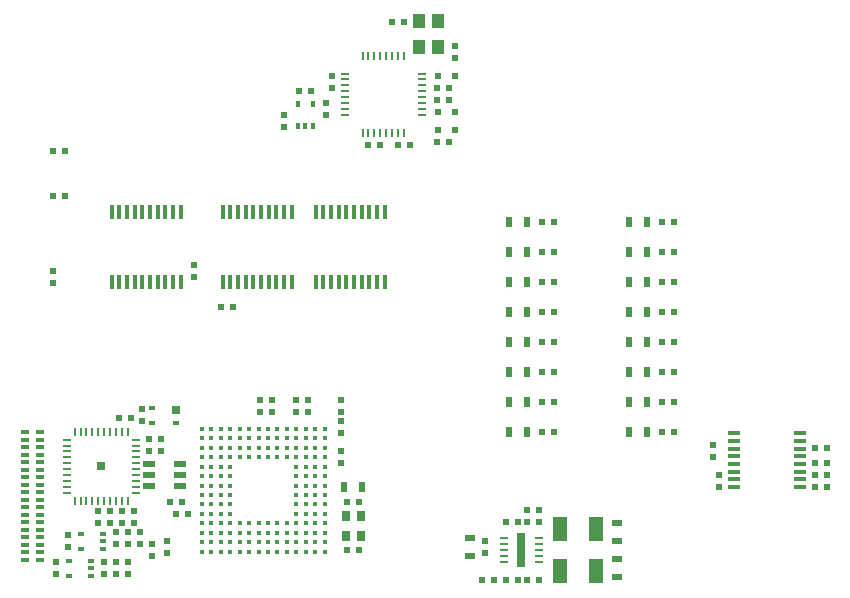
<source format=gtp>
G04 (created by PCBNEW-RS274X (2010-03-14)-final) date Mon 05 Jul 2010 05:23:50 PM EDT*
G01*
G70*
G90*
%MOIN*%
G04 Gerber Fmt 3.4, Leading zero omitted, Abs format*
%FSLAX34Y34*%
G04 APERTURE LIST*
%ADD10C,0.001000*%
%ADD11R,0.023600X0.019700*%
%ADD12R,0.019700X0.023600*%
%ADD13R,0.035400X0.023600*%
%ADD14R,0.023600X0.035400*%
%ADD15R,0.049200X0.082700*%
%ADD16R,0.031500X0.035400*%
%ADD17C,0.016000*%
%ADD18R,0.043300X0.047200*%
%ADD19R,0.030000X0.014500*%
%ADD20R,0.031500X0.010200*%
%ADD21R,0.029500X0.118100*%
%ADD22R,0.009800X0.025600*%
%ADD23R,0.025600X0.009800*%
%ADD24R,0.031500X0.031500*%
%ADD25R,0.023600X0.016500*%
%ADD26R,0.027600X0.031500*%
%ADD27R,0.023600X0.015700*%
%ADD28R,0.015700X0.023600*%
%ADD29R,0.019700X0.019700*%
%ADD30R,0.042000X0.023600*%
%ADD31R,0.027600X0.009800*%
%ADD32R,0.009800X0.027600*%
%ADD33R,0.039400X0.013800*%
%ADD34R,0.013800X0.051200*%
G04 APERTURE END LIST*
G54D10*
G54D11*
X24500Y-32497D03*
X24500Y-32103D03*
X26100Y-32103D03*
X26100Y-32497D03*
X26500Y-32497D03*
X26500Y-32103D03*
X26900Y-32103D03*
X26900Y-32497D03*
X27300Y-31103D03*
X27300Y-31497D03*
X26900Y-31497D03*
X26900Y-31103D03*
X26500Y-31103D03*
X26500Y-31497D03*
X24900Y-31203D03*
X24900Y-31597D03*
X27600Y-28397D03*
X27600Y-28003D03*
X25900Y-30797D03*
X25900Y-30403D03*
G54D12*
X26603Y-27300D03*
X26997Y-27300D03*
G54D11*
X26700Y-30403D03*
X26700Y-30797D03*
X27100Y-30403D03*
X27100Y-30797D03*
X26300Y-30403D03*
X26300Y-30797D03*
G54D12*
X28303Y-30100D03*
X28697Y-30100D03*
G54D11*
X28000Y-28003D03*
X28000Y-28397D03*
G54D12*
X34203Y-31700D03*
X34597Y-31700D03*
X34597Y-30100D03*
X34203Y-30100D03*
G54D11*
X27350Y-27003D03*
X27350Y-27397D03*
G54D12*
X24797Y-19900D03*
X24403Y-19900D03*
X24403Y-18400D03*
X24797Y-18400D03*
G54D11*
X24400Y-22403D03*
X24400Y-22797D03*
G54D12*
X40203Y-32700D03*
X40597Y-32700D03*
X39503Y-32700D03*
X39897Y-32700D03*
X40597Y-30750D03*
X40203Y-30750D03*
X39897Y-30750D03*
X39503Y-30750D03*
X40203Y-30350D03*
X40597Y-30350D03*
G54D11*
X38800Y-31797D03*
X38800Y-31403D03*
X27700Y-31897D03*
X27700Y-31503D03*
X28200Y-31797D03*
X28200Y-31403D03*
X33700Y-16297D03*
X33700Y-15903D03*
G54D12*
X37203Y-16700D03*
X37597Y-16700D03*
X37203Y-16300D03*
X37597Y-16300D03*
X37203Y-18100D03*
X37597Y-18100D03*
X35903Y-18200D03*
X36297Y-18200D03*
X35297Y-18200D03*
X34903Y-18200D03*
G54D11*
X37800Y-15297D03*
X37800Y-14903D03*
G54D12*
X35703Y-14100D03*
X36097Y-14100D03*
X41097Y-20750D03*
X40703Y-20750D03*
X41097Y-21750D03*
X40703Y-21750D03*
X41097Y-22750D03*
X40703Y-22750D03*
X41097Y-23750D03*
X40703Y-23750D03*
X50197Y-29200D03*
X49803Y-29200D03*
X49803Y-28300D03*
X50197Y-28300D03*
G54D11*
X46600Y-29597D03*
X46600Y-29203D03*
G54D12*
X50197Y-29600D03*
X49803Y-29600D03*
X50197Y-28800D03*
X49803Y-28800D03*
X38703Y-32700D03*
X39097Y-32700D03*
X41097Y-24750D03*
X40703Y-24750D03*
X41097Y-25750D03*
X40703Y-25750D03*
X41097Y-26750D03*
X40703Y-26750D03*
X41097Y-27750D03*
X40703Y-27750D03*
G54D11*
X33500Y-16803D03*
X33500Y-17197D03*
G54D12*
X32603Y-16400D03*
X32997Y-16400D03*
G54D11*
X32900Y-26703D03*
X32900Y-27097D03*
X31300Y-26703D03*
X31300Y-27097D03*
X31700Y-26703D03*
X31700Y-27097D03*
X32500Y-26703D03*
X32500Y-27097D03*
X29100Y-22203D03*
X29100Y-22597D03*
G54D12*
X45097Y-27750D03*
X44703Y-27750D03*
X45097Y-26750D03*
X44703Y-26750D03*
X45097Y-25750D03*
X44703Y-25750D03*
X45097Y-24750D03*
X44703Y-24750D03*
X45097Y-23750D03*
X44703Y-23750D03*
X45097Y-22750D03*
X44703Y-22750D03*
X45097Y-21750D03*
X44703Y-21750D03*
X45097Y-20750D03*
X44703Y-20750D03*
G54D11*
X34000Y-27097D03*
X34000Y-26703D03*
X34000Y-27797D03*
X34000Y-27403D03*
X34000Y-28797D03*
X34000Y-28403D03*
G54D13*
X43200Y-31395D03*
X43200Y-30805D03*
X43200Y-32005D03*
X43200Y-32595D03*
X38300Y-31305D03*
X38300Y-31895D03*
G54D14*
X34105Y-29600D03*
X34695Y-29600D03*
X39605Y-20750D03*
X40195Y-20750D03*
X39605Y-21750D03*
X40195Y-21750D03*
X39605Y-22750D03*
X40195Y-22750D03*
X39605Y-23750D03*
X40195Y-23750D03*
X39605Y-24750D03*
X40195Y-24750D03*
X39605Y-25750D03*
X40195Y-25750D03*
X39605Y-26750D03*
X40195Y-26750D03*
X39605Y-27750D03*
X40195Y-27750D03*
X43605Y-27750D03*
X44195Y-27750D03*
X43605Y-26750D03*
X44195Y-26750D03*
X43605Y-25750D03*
X44195Y-25750D03*
X43605Y-24750D03*
X44195Y-24750D03*
X43605Y-23750D03*
X44195Y-23750D03*
X43605Y-22750D03*
X44195Y-22750D03*
X43605Y-21750D03*
X44195Y-21750D03*
X43605Y-20750D03*
X44195Y-20750D03*
G54D15*
X41300Y-31000D03*
X42500Y-31000D03*
X41300Y-32400D03*
X42500Y-32400D03*
G54D16*
X34646Y-31225D03*
X34646Y-30575D03*
X34154Y-30575D03*
X34154Y-31225D03*
G54D17*
X33447Y-27653D03*
X33447Y-27968D03*
X33447Y-28283D03*
X33447Y-28598D03*
X33447Y-28913D03*
X33447Y-29228D03*
X33447Y-29543D03*
X33447Y-29858D03*
X33447Y-30173D03*
X33447Y-30488D03*
X33447Y-30803D03*
X33447Y-31118D03*
X33447Y-31433D03*
X33447Y-31747D03*
X33132Y-27653D03*
X33132Y-27968D03*
X33132Y-28283D03*
X33132Y-28598D03*
X33132Y-28913D03*
X33132Y-29228D03*
X33132Y-29543D03*
X33132Y-29858D03*
X33132Y-30173D03*
X33132Y-30488D03*
X33132Y-30803D03*
X33132Y-31118D03*
X33132Y-31433D03*
X33132Y-31747D03*
X32817Y-27653D03*
X32817Y-27968D03*
X32817Y-28283D03*
X32817Y-28598D03*
X32817Y-28913D03*
X32817Y-29228D03*
X32817Y-29543D03*
X32817Y-29858D03*
X32817Y-30173D03*
X32817Y-30488D03*
X32817Y-30803D03*
X32817Y-31118D03*
X32817Y-31433D03*
X32817Y-31747D03*
X32502Y-27653D03*
X32502Y-27968D03*
X32502Y-28283D03*
X32502Y-28598D03*
X32502Y-28913D03*
X32502Y-29228D03*
X32502Y-29543D03*
X32502Y-29858D03*
X32502Y-30173D03*
X32502Y-30488D03*
X32502Y-30803D03*
X32502Y-31118D03*
X32502Y-31433D03*
X32502Y-31747D03*
X32187Y-27653D03*
X32187Y-27968D03*
X32187Y-28283D03*
X32187Y-28598D03*
X32187Y-30803D03*
X32187Y-31118D03*
X32187Y-31433D03*
X32187Y-31747D03*
X31872Y-27653D03*
X31872Y-27968D03*
X31872Y-28283D03*
X31872Y-28598D03*
X31872Y-30803D03*
X31872Y-31118D03*
X31872Y-31433D03*
X31872Y-31747D03*
X31557Y-27653D03*
X31557Y-27968D03*
X31557Y-28283D03*
X31557Y-28598D03*
X31557Y-30803D03*
X31557Y-31118D03*
X31557Y-31433D03*
X31557Y-31747D03*
X31242Y-27653D03*
X31242Y-27968D03*
X31242Y-28283D03*
X31242Y-28598D03*
X31242Y-30803D03*
X31242Y-31118D03*
X31242Y-31433D03*
X31242Y-31747D03*
X30927Y-27653D03*
X30927Y-27968D03*
X30927Y-28283D03*
X30927Y-28598D03*
X30927Y-30803D03*
X30927Y-31118D03*
X30927Y-31433D03*
X30927Y-31747D03*
X30612Y-27653D03*
X30612Y-27968D03*
X30612Y-28283D03*
X30612Y-28598D03*
X30612Y-30803D03*
X30612Y-31118D03*
X30612Y-31433D03*
X30612Y-31747D03*
X30297Y-27653D03*
X30297Y-27968D03*
X30297Y-28283D03*
X30297Y-28598D03*
X30297Y-28913D03*
X30297Y-29228D03*
X30297Y-29543D03*
X30297Y-29858D03*
X30297Y-30173D03*
X30297Y-30488D03*
X30297Y-30803D03*
X30297Y-31118D03*
X30297Y-31433D03*
X30297Y-31747D03*
X29982Y-27653D03*
X29982Y-27968D03*
X29982Y-28283D03*
X29982Y-28598D03*
X29982Y-28913D03*
X29982Y-29228D03*
X29982Y-29543D03*
X29982Y-29858D03*
X29982Y-30173D03*
X29982Y-30488D03*
X29982Y-30803D03*
X29982Y-31118D03*
X29982Y-31433D03*
X29982Y-31747D03*
X29667Y-27653D03*
X29667Y-27968D03*
X29667Y-28283D03*
X29667Y-28598D03*
X29667Y-28913D03*
X29667Y-29228D03*
X29667Y-29543D03*
X29667Y-29858D03*
X29667Y-30173D03*
X29667Y-30488D03*
X29667Y-30803D03*
X29667Y-31118D03*
X29667Y-31433D03*
X29667Y-31747D03*
X29353Y-27653D03*
X29353Y-27968D03*
X29353Y-28283D03*
X29353Y-28598D03*
X29353Y-28913D03*
X29353Y-29228D03*
X29353Y-29543D03*
X29353Y-29858D03*
X29353Y-30173D03*
X29353Y-30488D03*
X29353Y-30803D03*
X29353Y-31118D03*
X29353Y-31433D03*
X29353Y-31747D03*
G54D18*
X37215Y-14933D03*
X37215Y-14067D03*
X36585Y-14067D03*
X36585Y-14933D03*
G54D19*
X23450Y-27775D03*
X23450Y-28025D03*
X23450Y-28275D03*
X23450Y-28525D03*
X23450Y-28775D03*
X23450Y-29025D03*
X23450Y-29275D03*
X23450Y-29525D03*
X23450Y-29775D03*
X23450Y-30025D03*
X23450Y-30275D03*
X23450Y-30525D03*
X23450Y-30775D03*
X23450Y-31025D03*
X23450Y-31275D03*
X23450Y-31525D03*
X23450Y-31775D03*
X23450Y-32025D03*
X23950Y-27775D03*
X23950Y-28025D03*
X23950Y-28275D03*
X23950Y-28525D03*
X23950Y-28775D03*
X23950Y-29025D03*
X23950Y-29275D03*
X23950Y-29525D03*
X23950Y-29775D03*
X23950Y-30025D03*
X23950Y-30275D03*
X23950Y-30525D03*
X23950Y-30775D03*
X23950Y-31025D03*
X23950Y-31275D03*
X23950Y-31525D03*
X23950Y-31775D03*
X23950Y-32025D03*
G54D20*
X39409Y-31306D03*
X39409Y-31503D03*
X39409Y-31700D03*
X39409Y-31897D03*
X39409Y-32094D03*
X40591Y-32094D03*
X40591Y-31897D03*
X40591Y-31700D03*
X40591Y-31503D03*
X40591Y-31306D03*
G54D21*
X40000Y-31700D03*
G54D22*
X25114Y-30052D03*
X25311Y-30052D03*
X25508Y-30052D03*
X25705Y-30052D03*
X25902Y-30052D03*
X26098Y-30052D03*
X26295Y-30052D03*
X26492Y-30052D03*
X26689Y-30052D03*
X26886Y-30052D03*
X26886Y-27748D03*
X26689Y-27748D03*
X26492Y-27748D03*
X26295Y-27748D03*
X26098Y-27748D03*
X25902Y-27748D03*
X25705Y-27748D03*
X25508Y-27748D03*
X25311Y-27748D03*
X25114Y-27748D03*
G54D23*
X27152Y-29786D03*
X27152Y-29589D03*
X27152Y-29392D03*
X27152Y-29195D03*
X27152Y-28998D03*
X27152Y-28802D03*
X27152Y-28605D03*
X27152Y-28408D03*
X27152Y-28211D03*
X27152Y-28014D03*
X24848Y-28014D03*
X24848Y-28211D03*
X24848Y-28408D03*
X24848Y-28605D03*
X24848Y-28802D03*
X24848Y-28998D03*
X24848Y-29195D03*
X24848Y-29392D03*
X24848Y-29589D03*
X24848Y-29786D03*
G54D24*
X26000Y-28900D03*
G54D25*
X28484Y-27464D03*
G54D26*
X28484Y-27011D03*
G54D25*
X27696Y-26952D03*
X27696Y-27464D03*
G54D27*
X25674Y-32556D03*
X25674Y-32300D03*
X25674Y-32044D03*
X24926Y-32044D03*
X24926Y-32556D03*
X26074Y-31656D03*
X26074Y-31400D03*
X26074Y-31144D03*
X25326Y-31144D03*
X25326Y-31656D03*
G54D28*
X32544Y-17574D03*
X32800Y-17574D03*
X33056Y-17574D03*
X33056Y-16826D03*
X32544Y-16826D03*
G54D29*
X37785Y-17700D03*
X37215Y-17700D03*
X37785Y-17100D03*
X37215Y-17100D03*
X37785Y-15900D03*
X37215Y-15900D03*
G54D30*
X27588Y-28826D03*
X27588Y-29200D03*
X27588Y-29574D03*
X28612Y-29574D03*
X28612Y-29200D03*
X28612Y-28826D03*
G54D31*
X34120Y-16402D03*
X34120Y-16598D03*
X34120Y-16795D03*
X34120Y-16992D03*
X34120Y-17189D03*
X36680Y-17189D03*
X36679Y-16992D03*
X36679Y-16795D03*
X36679Y-16598D03*
X36679Y-16402D03*
X36679Y-16205D03*
X36679Y-16008D03*
X36679Y-15811D03*
G54D32*
X34711Y-17780D03*
X34908Y-17780D03*
X35105Y-17780D03*
X35302Y-17780D03*
X35498Y-17780D03*
X35695Y-17780D03*
X35892Y-17780D03*
X36089Y-17780D03*
X36089Y-15220D03*
X35892Y-15220D03*
X35695Y-15220D03*
X35498Y-15220D03*
X35302Y-15220D03*
X35105Y-15220D03*
X34908Y-15220D03*
X34711Y-15220D03*
G54D31*
X34120Y-15811D03*
X34120Y-16008D03*
X34120Y-16205D03*
G54D33*
X49302Y-28828D03*
X49302Y-28572D03*
X49302Y-28316D03*
X49302Y-28060D03*
X49302Y-27804D03*
X47098Y-27804D03*
X47098Y-28060D03*
X47098Y-28316D03*
X47098Y-28572D03*
X47098Y-28828D03*
X47098Y-29084D03*
X47098Y-29340D03*
X47098Y-29596D03*
X49302Y-29084D03*
X49302Y-29340D03*
X49302Y-29596D03*
G54D34*
X28652Y-20431D03*
X28396Y-20431D03*
X28140Y-20431D03*
X27884Y-20431D03*
X27628Y-20431D03*
X27372Y-20431D03*
X27116Y-20431D03*
X26860Y-20431D03*
X26604Y-20431D03*
X26348Y-20431D03*
X26348Y-22769D03*
X26604Y-22769D03*
X26860Y-22769D03*
X27116Y-22769D03*
X27372Y-22769D03*
X27628Y-22769D03*
X27884Y-22769D03*
X28140Y-22769D03*
X28396Y-22769D03*
X28652Y-22769D03*
X33148Y-22769D03*
X33404Y-22769D03*
X33660Y-22769D03*
X33916Y-22769D03*
X34172Y-22769D03*
X34428Y-22769D03*
X34684Y-22769D03*
X34940Y-22769D03*
X35196Y-22769D03*
X35452Y-22769D03*
X35452Y-20431D03*
X35196Y-20431D03*
X34940Y-20431D03*
X34684Y-20431D03*
X34428Y-20431D03*
X34172Y-20431D03*
X33916Y-20431D03*
X33660Y-20431D03*
X33404Y-20431D03*
X33148Y-20431D03*
X30048Y-22769D03*
X30304Y-22769D03*
X30560Y-22769D03*
X30816Y-22769D03*
X31072Y-22769D03*
X31328Y-22769D03*
X31584Y-22769D03*
X31840Y-22769D03*
X32096Y-22769D03*
X32352Y-22769D03*
X32352Y-20431D03*
X32096Y-20431D03*
X31840Y-20431D03*
X31584Y-20431D03*
X31328Y-20431D03*
X31072Y-20431D03*
X30816Y-20431D03*
X30560Y-20431D03*
X30304Y-20431D03*
X30048Y-20431D03*
G54D11*
X46400Y-28597D03*
X46400Y-28203D03*
G54D12*
X30003Y-23600D03*
X30397Y-23600D03*
G54D11*
X32100Y-17597D03*
X32100Y-17203D03*
G54D12*
X28897Y-30500D03*
X28503Y-30500D03*
M02*

</source>
